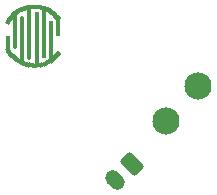
<source format=gbr>
%TF.GenerationSoftware,KiCad,Pcbnew,7.0.9*%
%TF.CreationDate,2023-12-20T17:36:05-07:00*%
%TF.ProjectId,vb_controller_shoulder_right_pcb,76625f63-6f6e-4747-926f-6c6c65725f73,4a*%
%TF.SameCoordinates,Original*%
%TF.FileFunction,Soldermask,Top*%
%TF.FilePolarity,Negative*%
%FSLAX46Y46*%
G04 Gerber Fmt 4.6, Leading zero omitted, Abs format (unit mm)*
G04 Created by KiCad (PCBNEW 7.0.9) date 2023-12-20 17:36:05*
%MOMM*%
%LPD*%
G01*
G04 APERTURE LIST*
G04 Aperture macros list*
%AMRoundRect*
0 Rectangle with rounded corners*
0 $1 Rounding radius*
0 $2 $3 $4 $5 $6 $7 $8 $9 X,Y pos of 4 corners*
0 Add a 4 corners polygon primitive as box body*
4,1,4,$2,$3,$4,$5,$6,$7,$8,$9,$2,$3,0*
0 Add four circle primitives for the rounded corners*
1,1,$1+$1,$2,$3*
1,1,$1+$1,$4,$5*
1,1,$1+$1,$6,$7*
1,1,$1+$1,$8,$9*
0 Add four rect primitives between the rounded corners*
20,1,$1+$1,$2,$3,$4,$5,0*
20,1,$1+$1,$4,$5,$6,$7,0*
20,1,$1+$1,$6,$7,$8,$9,0*
20,1,$1+$1,$8,$9,$2,$3,0*%
%AMHorizOval*
0 Thick line with rounded ends*
0 $1 width*
0 $2 $3 position (X,Y) of the first rounded end (center of the circle)*
0 $4 $5 position (X,Y) of the second rounded end (center of the circle)*
0 Add line between two ends*
20,1,$1,$2,$3,$4,$5,0*
0 Add two circle primitives to create the rounded ends*
1,1,$1,$2,$3*
1,1,$1,$4,$5*%
G04 Aperture macros list end*
%ADD10RoundRect,0.050800X-0.153210X0.146720X-0.146720X-0.153210X0.153210X-0.146720X0.146720X0.153210X0*%
%ADD11RoundRect,0.050800X-0.135655X0.163088X-0.163088X-0.135655X0.135655X-0.163088X0.163088X0.135655X0*%
%ADD12RoundRect,0.050800X-0.168803X0.128473X-0.128473X-0.168803X0.168803X-0.128473X0.128473X0.168803X0*%
%ADD13RoundRect,0.050800X-0.116363X0.177369X-0.177369X-0.116363X0.116363X-0.177369X0.177369X0.116363X0*%
%ADD14RoundRect,0.050800X-0.182236X0.108582X-0.108582X-0.182236X0.182236X-0.108582X0.108582X0.182236X0*%
%ADD15RoundRect,0.050800X-0.095582X0.189378X-0.189378X-0.095582X0.095582X-0.189378X0.189378X0.095582X0*%
%ADD16RoundRect,0.050800X-0.193336X0.087300X-0.087300X-0.193336X0.193336X-0.087300X0.087300X0.193336X0*%
%ADD17RoundRect,0.050800X-0.073576X0.198964X-0.198964X-0.073576X0.073576X-0.198964X0.198964X0.073576X0*%
%ADD18RoundRect,0.050800X-0.201960X0.064901X-0.064901X-0.201960X0.201960X-0.064901X0.064901X0.201960X0*%
%ADD19RoundRect,0.050800X-0.050629X0.206002X-0.206002X-0.050629X0.050629X-0.206002X0.206002X0.050629X0*%
%ADD20RoundRect,0.050800X-0.207999X0.041671X-0.041671X-0.207999X0.207999X-0.041671X0.041671X0.207999X0*%
%ADD21RoundRect,0.050800X-0.027034X0.210402X-0.210402X-0.027034X0.027034X-0.210402X0.210402X0.027034X0*%
%ADD22RoundRect,0.050800X-0.211375X0.017908X-0.017908X-0.211375X0.211375X-0.017908X0.017908X0.211375X0*%
%ADD23RoundRect,0.050800X-0.003093X0.212109X-0.212109X-0.003093X0.003093X-0.212109X0.212109X0.003093X0*%
%ADD24RoundRect,0.050800X-0.212045X-0.006085X0.006085X-0.212045X0.212045X0.006085X-0.006085X0.212045X0*%
%ADD25RoundRect,0.050800X0.020888X0.211101X-0.211101X0.020888X-0.020888X-0.211101X0.211101X-0.020888X0*%
%ADD26RoundRect,0.050800X-0.210000X-0.030000X0.030000X-0.210000X0.210000X0.030000X-0.030000X0.210000X0*%
%ADD27RoundRect,0.050800X0.044602X0.207390X-0.207390X0.044602X-0.044602X-0.207390X0.207390X-0.044602X0*%
%ADD28RoundRect,0.050800X0.060754X0.203246X-0.203246X0.060754X-0.060754X-0.203246X0.203246X-0.060754X0*%
%ADD29O,0.401600X1.289034*%
%ADD30O,0.401600X3.479009*%
%ADD31O,0.401600X4.069223*%
%ADD32O,0.401600X4.608059*%
%ADD33O,0.401600X4.535632*%
%ADD34O,0.401600X4.270727*%
%ADD35O,0.401600X3.039444*%
%ADD36O,0.401600X1.601600*%
%ADD37RoundRect,0.050800X0.203246X0.060754X-0.060754X0.203246X-0.203246X-0.060754X0.060754X-0.203246X0*%
%ADD38RoundRect,0.050800X0.208808X0.037405X-0.037405X0.208808X-0.208808X-0.037405X0.037405X-0.208808X0*%
%ADD39RoundRect,0.050800X-0.030000X-0.210000X0.210000X-0.030000X0.030000X0.210000X-0.210000X0.030000X0*%
%ADD40RoundRect,0.050800X0.211697X0.013578X-0.013578X0.211697X-0.211697X-0.013578X0.013578X-0.211697X0*%
%ADD41RoundRect,0.050800X-0.013412X-0.211708X0.211708X-0.013412X0.013412X0.211708X-0.211708X0.013412X0*%
%ADD42RoundRect,0.050800X0.211876X-0.010424X0.010424X0.211876X-0.211876X0.010424X-0.010424X-0.211876X0*%
%ADD43RoundRect,0.050800X0.010589X-0.211868X0.211868X0.010589X-0.010589X0.211868X-0.211868X-0.010589X0*%
%ADD44RoundRect,0.050800X0.209342X-0.034292X0.034292X0.209342X-0.209342X0.034292X-0.034292X-0.209342X0*%
%ADD45RoundRect,0.050800X0.034455X-0.209315X0.209315X0.034455X-0.034455X0.209315X-0.209315X-0.034455X0*%
%ADD46RoundRect,0.050800X0.204128X-0.057721X0.057721X0.204128X-0.204128X0.057721X-0.057721X-0.204128X0*%
%ADD47RoundRect,0.050800X0.057880X-0.204083X0.204083X0.057880X-0.057880X0.204083X-0.204083X-0.057880X0*%
%ADD48RoundRect,0.050800X0.196301X-0.080411X0.080411X0.196301X-0.196301X0.080411X-0.080411X-0.196301X0*%
%ADD49RoundRect,0.050800X0.080564X-0.196238X0.196238X0.080564X-0.080564X0.196238X-0.196238X-0.080564X0*%
%ADD50RoundRect,0.050800X0.185961X-0.102072X0.102072X0.185961X-0.185961X0.102072X-0.102072X-0.185961X0*%
%ADD51RoundRect,0.050800X0.102217X-0.185881X0.185881X0.102217X-0.102217X0.185881X-0.185881X-0.102217X0*%
%ADD52RoundRect,0.050800X0.173240X-0.122425X0.122425X0.173240X-0.173240X0.122425X-0.122425X-0.173240X0*%
%ADD53RoundRect,0.050800X0.122561X-0.173144X0.173144X0.122561X-0.122561X0.173144X-0.173144X-0.122561X0*%
%ADD54RoundRect,0.050800X0.158301X-0.141212X0.141212X0.158301X-0.158301X0.141212X-0.141212X-0.158301X0*%
%ADD55RoundRect,0.050800X0.141336X-0.158191X0.158191X0.141336X-0.141336X0.158191X-0.158191X-0.141336X0*%
%ADD56C,2.301600*%
%ADD57RoundRect,0.300800X-0.194454X0.689429X-0.689429X0.194454X0.194454X-0.689429X0.689429X-0.194454X0*%
%ADD58HorizOval,1.301600X-0.194454X0.194454X0.194454X-0.194454X0*%
G04 APERTURE END LIST*
D10*
%TO.C,SW9*%
X118154082Y-111299414D03*
D11*
X117871389Y-111289525D03*
D12*
X118436085Y-111277306D03*
D13*
X117591620Y-111247764D03*
D14*
X118713785Y-111223482D03*
D15*
X117318361Y-111174666D03*
D16*
X118983627Y-111138632D03*
D17*
X117055108Y-111071166D03*
D18*
X119242156Y-111023843D03*
D19*
X116805232Y-110938591D03*
D20*
X119486063Y-110880583D03*
D21*
X116571932Y-110778637D03*
D22*
X119712226Y-110710687D03*
D23*
X116358195Y-110593352D03*
D24*
X119917748Y-110516330D03*
D25*
X116166757Y-110385108D03*
D26*
X120100000Y-110299999D03*
D27*
X116000069Y-110156571D03*
D28*
X115900001Y-109987434D03*
D29*
X115900000Y-109393717D03*
D30*
X119500000Y-109182526D03*
D31*
X117100000Y-109107476D03*
D32*
X118300000Y-109038757D03*
D33*
X117700000Y-108549224D03*
D34*
X118900000Y-108516020D03*
D35*
X116500000Y-108347985D03*
D36*
X120100000Y-108050000D03*
D37*
X115900000Y-107612566D03*
D38*
X116048223Y-107371642D03*
D39*
X120100000Y-107300001D03*
D40*
X116222712Y-107149004D03*
D41*
X119975998Y-107147539D03*
D42*
X116421235Y-106947503D03*
D43*
X119777318Y-106946193D03*
D44*
X116641250Y-106769718D03*
D45*
X119557164Y-106768579D03*
D46*
X116879940Y-106617925D03*
D47*
X119318355Y-106616973D03*
D48*
X117134250Y-106494068D03*
D49*
X119063948Y-106493314D03*
D50*
X117400924Y-106399731D03*
D51*
X118797201Y-106399186D03*
D52*
X117676547Y-106336124D03*
D53*
X118521528Y-106335794D03*
D54*
X117957592Y-106304060D03*
D55*
X118240459Y-106303949D03*
%TD*%
D56*
%TO.C,JW8*%
X132000000Y-113000000D03*
%TD*%
%TO.C,JW5*%
X129250000Y-116000000D03*
%TD*%
D57*
%TO.C,J1*%
X126400000Y-119600000D03*
D58*
X124985786Y-121014214D03*
%TD*%
M02*

</source>
